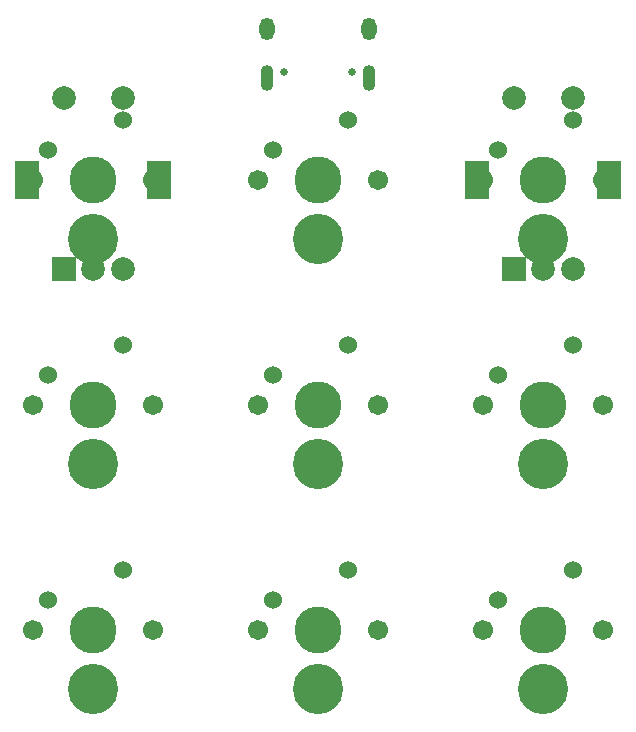
<source format=gbr>
%TF.GenerationSoftware,KiCad,Pcbnew,(5.99.0-11539-gc946070005)*%
%TF.CreationDate,2021-09-05T12:57:38-05:00*%
%TF.ProjectId,QS-09,51532d30-392e-46b6-9963-61645f706362,rev?*%
%TF.SameCoordinates,Original*%
%TF.FileFunction,Soldermask,Top*%
%TF.FilePolarity,Negative*%
%FSLAX46Y46*%
G04 Gerber Fmt 4.6, Leading zero omitted, Abs format (unit mm)*
G04 Created by KiCad (PCBNEW (5.99.0-11539-gc946070005)) date 2021-09-05 12:57:38*
%MOMM*%
%LPD*%
G01*
G04 APERTURE LIST*
%ADD10R,2.000000X2.000000*%
%ADD11C,2.000000*%
%ADD12R,2.000000X3.200000*%
%ADD13C,1.524000*%
%ADD14C,1.701800*%
%ADD15C,3.987800*%
%ADD16C,4.250000*%
%ADD17C,0.650000*%
%ADD18O,1.100000X2.200000*%
%ADD19O,1.300000X1.900000*%
G04 APERTURE END LIST*
D10*
%TO.C,SW5*%
X134818750Y-32900000D03*
D11*
X139818750Y-32900000D03*
X137318750Y-32900000D03*
D12*
X142918750Y-25400000D03*
X131718750Y-25400000D03*
D11*
X139818750Y-18400000D03*
X134818750Y-18400000D03*
%TD*%
D10*
%TO.C,SW1*%
X96718750Y-32900000D03*
D11*
X101718750Y-32900000D03*
X99218750Y-32900000D03*
D12*
X93618750Y-25400000D03*
X104818750Y-25400000D03*
D11*
X101718750Y-18400000D03*
X96718750Y-18400000D03*
%TD*%
D13*
%TO.C,SW3*%
X114458750Y-22860000D03*
X120808750Y-20320000D03*
D14*
X123348750Y-25400000D03*
D15*
X118268750Y-25400000D03*
D14*
X113188750Y-25400000D03*
%TD*%
%TO.C,SW10*%
X123348750Y-63500000D03*
D13*
X114458750Y-60960000D03*
D14*
X113188750Y-63500000D03*
D13*
X120808750Y-58420000D03*
D15*
X118268750Y-63500000D03*
%TD*%
D16*
%TO.C,D17*%
X118268750Y-68500000D03*
%TD*%
%TO.C,D15*%
X137318750Y-49450000D03*
%TD*%
%TO.C,D12*%
X137318750Y-30400000D03*
%TD*%
D13*
%TO.C,SW6*%
X95408750Y-41910000D03*
X101758750Y-39370000D03*
D15*
X99218750Y-44450000D03*
D14*
X104298750Y-44450000D03*
X94138750Y-44450000D03*
%TD*%
D17*
%TO.C,J1*%
X115378750Y-16205250D03*
X121158750Y-16205250D03*
D18*
X113968750Y-16756250D03*
D19*
X122568750Y-12556250D03*
D18*
X122568750Y-16756250D03*
D19*
X113968750Y-12556250D03*
%TD*%
D16*
%TO.C,D10*%
X99218750Y-30400000D03*
%TD*%
%TO.C,D11*%
X118268750Y-30400000D03*
%TD*%
%TO.C,D16*%
X99218750Y-68500000D03*
%TD*%
D14*
%TO.C,SW7*%
X123348750Y-44450000D03*
X113188750Y-44450000D03*
D15*
X118268750Y-44450000D03*
D13*
X120808750Y-39370000D03*
X114458750Y-41910000D03*
%TD*%
%TO.C,SW11*%
X133508750Y-60960000D03*
D15*
X137318750Y-63500000D03*
D13*
X139858750Y-58420000D03*
D14*
X132238750Y-63500000D03*
X142398750Y-63500000D03*
%TD*%
D13*
%TO.C,SW4*%
X139858750Y-20320000D03*
D14*
X132238750Y-25400000D03*
D15*
X137318750Y-25400000D03*
D13*
X133508750Y-22860000D03*
D14*
X142398750Y-25400000D03*
%TD*%
%TO.C,SW8*%
X132238750Y-44450000D03*
D13*
X139858750Y-39370000D03*
D15*
X137318750Y-44450000D03*
D13*
X133508750Y-41910000D03*
D14*
X142398750Y-44450000D03*
%TD*%
D16*
%TO.C,D18*%
X137318750Y-68500000D03*
%TD*%
%TO.C,D14*%
X118268750Y-49450000D03*
%TD*%
D14*
%TO.C,SW9*%
X94138750Y-63500000D03*
X104298750Y-63500000D03*
D13*
X101758750Y-58420000D03*
X95408750Y-60960000D03*
D15*
X99218750Y-63500000D03*
%TD*%
D16*
%TO.C,D13*%
X99218750Y-49450000D03*
%TD*%
D15*
%TO.C,SW2*%
X99218750Y-25400000D03*
D13*
X95408750Y-22860000D03*
X101758750Y-20320000D03*
D14*
X94138750Y-25400000D03*
X104298750Y-25400000D03*
%TD*%
M02*

</source>
